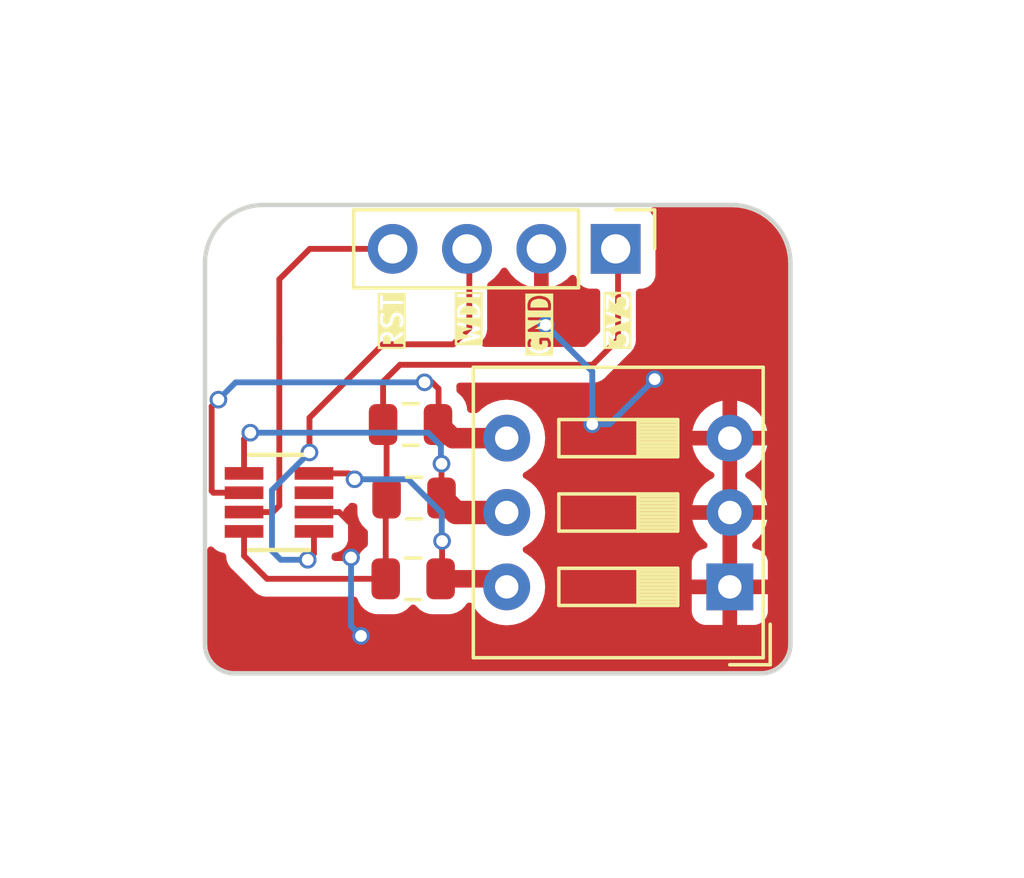
<source format=kicad_pcb>
(kicad_pcb (version 20240108) (generator "pcbnew") (generator_version "8.0")
  (layers (0 "F.Cu" signal) (31 "B.Cu" signal) (34 "B.Paste" user) (35 "F.Paste" user) (36 "B.SilkS" user "B.Silkscreen") (37 "F.SilkS" user "F.Silkscreen") (38 "B.Mask" user) (39 "F.Mask" user) (44 "Edge.Cuts" user))
  (net 0 "")
  (net 1 "GND")
  (net 2 "+3V3")
  (net 3 "RST")
  (net 4 "Net-(U6-SET0)")
  (net 5 "Net-(U6-SET2)")
  (net 6 "Net-(U6-SET1)")
  (net 8 "D8")
  (footprint "Resistor_SMD:R_0805_2012Metric" (layer "F.Cu") (at 115.9375 94.84)
    (property "Reference" "R11" (hide yes))
    (property "Value" "10K")
    (fp_line (start -0.258578 -0.71) (end 0.258578 -0.71) (stroke (width 0.12)) (layer "F.SilkS"))
    (fp_line (start -0.258578 0.71) (end 0.258578 0.71) (stroke (width 0.12)) (layer "F.SilkS"))
    (pad "1" smd roundrect (at -0.9375 0) (size 0.975 1.4) (layers "F.Cu" "F.Paste" "F.Mask") (net 2 "+3V3"))
    (pad "2" smd roundrect (at 0.9375 0) (size 0.975 1.4) (layers "F.Cu" "F.Paste" "F.Mask") (net 4 "Net-(U6-SET0)"))
  )
  (footprint "Resistor_SMD:R_0805_2012Metric" (layer "F.Cu") (at 115.8475 89.57 180)
    (property "Reference" "R12" (hide yes))
    (property "Value" "10K")
    (fp_line (start -0.258578 0.71) (end 0.258578 0.71) (stroke (width 0.12)) (layer "F.SilkS"))
    (fp_line (start -0.258578 -0.71) (end 0.258578 -0.71) (stroke (width 0.12)) (layer "F.SilkS"))
    (pad "1" smd roundrect (at -0.9375 0 180) (size 0.975 1.4) (layers "F.Cu" "F.Paste" "F.Mask") (net 5 "Net-(U6-SET2)"))
    (pad "2" smd roundrect (at 0.9375 0 180) (size 0.975 1.4) (layers "F.Cu" "F.Paste" "F.Mask") (net 2 "+3V3"))
  )
  (footprint "Resistor_SMD:R_0805_2012Metric" (layer "F.Cu") (at 115.9675 92.08 180)
    (property "Reference" "R13" (hide yes))
    (property "Value" "10K")
    (fp_line (start -0.258578 0.71) (end 0.258578 0.71) (stroke (width 0.12)) (layer "F.SilkS"))
    (fp_line (start -0.258578 -0.71) (end 0.258578 -0.71) (stroke (width 0.12)) (layer "F.SilkS"))
    (pad "1" smd roundrect (at -0.9375 0 180) (size 0.975 1.4) (layers "F.Cu" "F.Paste" "F.Mask") (net 6 "Net-(U6-SET1)"))
    (pad "2" smd roundrect (at 0.9375 0 180) (size 0.975 1.4) (layers "F.Cu" "F.Paste" "F.Mask") (net 2 "+3V3"))
  )
  (footprint "MAX6369KAT:21-0078H" (layer "F.Cu") (at 111.355 92.23 180)
    (property "Reference" "U6" (hide yes))
    (property "Value" "MAX6369KAT" (hide yes))
    (fp_line (start 1.016 -1.6256) (end -1.016 -1.6256) (stroke (width 0.1524)) (layer "F.SilkS"))
    (fp_line (start -1.016 1.6256) (end 1.016 1.6256) (stroke (width 0.1524)) (layer "F.SilkS"))
    (pad "1" smd rect (at -1.1938 -0.9906 180) (size 1.3208 0.4318) (layers "F.Cu" "F.Paste" "F.Mask") (net 8 "D8"))
    (pad "2" smd rect (at -1.1938 -0.3302 180) (size 1.3208 0.4318) (layers "F.Cu" "F.Paste" "F.Mask") (net 1 "GND"))
    (pad "3" smd rect (at -1.1938 0.3302 180) (size 1.3208 0.4318) (layers "F.Cu" "F.Paste" "F.Mask"))
    (pad "4" smd rect (at -1.1938 0.9906 180) (size 1.3208 0.4318) (layers "F.Cu" "F.Paste" "F.Mask") (net 4 "Net-(U6-SET0)"))
    (pad "5" smd rect (at 1.1938 0.9906 180) (size 1.3208 0.4318) (layers "F.Cu" "F.Paste" "F.Mask") (net 6 "Net-(U6-SET1)"))
    (pad "6" smd rect (at 1.1938 0.3302 180) (size 1.3208 0.4318) (layers "F.Cu" "F.Paste" "F.Mask") (net 5 "Net-(U6-SET2)"))
    (pad "7" smd rect (at 1.1938 -0.3302 180) (size 1.3208 0.4318) (layers "F.Cu" "F.Paste" "F.Mask") (net 3 "RST"))
    (pad "8" smd rect (at 1.1938 -0.9906 180) (size 1.3208 0.4318) (layers "F.Cu" "F.Paste" "F.Mask") (net 2 "+3V3"))
  )
  (footprint "Button_Switch_THT:SW_DIP_SPSTx03_Slide_9.78x9.8mm_W7.62mm_P2.54mm" (layer "F.Cu") (at 126.7525 95.115 180)
    (property "Reference" "SW3" (hide yes))
    (property "Value" "SW_DIP_x03")
    (fp_line (start 8.76 -2.42) (end 8.76 7.5) (stroke (width 0.12)) (layer "F.SilkS"))
    (fp_line (start 5.84 5.715) (end 5.84 4.445) (stroke (width 0.12)) (layer "F.SilkS"))
    (fp_line (start 5.84 4.445) (end 1.78 4.445) (stroke (width 0.12)) (layer "F.SilkS"))
    (fp_line (start 5.84 3.175) (end 5.84 1.905) (stroke (width 0.12)) (layer "F.SilkS"))
    (fp_line (start 5.84 1.905) (end 1.78 1.905) (stroke (width 0.12)) (layer "F.SilkS"))
    (fp_line (start 5.84 0.635) (end 5.84 -0.635) (stroke (width 0.12)) (layer "F.SilkS"))
    (fp_line (start 5.84 -0.635) (end 1.78 -0.635) (stroke (width 0.12)) (layer "F.SilkS"))
    (fp_line (start 3.133333 4.445) (end 3.133333 5.715) (stroke (width 0.12)) (layer "F.SilkS"))
    (fp_line (start 3.133333 1.905) (end 3.133333 3.175) (stroke (width 0.12)) (layer "F.SilkS"))
    (fp_line (start 3.133333 -0.635) (end 3.133333 0.635) (stroke (width 0.12)) (layer "F.SilkS"))
    (fp_line (start 1.78 5.715) (end 5.84 5.715) (stroke (width 0.12)) (layer "F.SilkS"))
    (fp_line (start 1.78 5.645) (end 3.133333 5.645) (stroke (width 0.12)) (layer "F.SilkS"))
    (fp_line (start 1.78 5.525) (end 3.133333 5.525) (stroke (width 0.12)) (layer "F.SilkS"))
    (fp_line (start 1.78 5.405) (end 3.133333 5.405) (stroke (width 0.12)) (layer "F.SilkS"))
    (fp_line (start 1.78 5.285) (end 3.133333 5.285) (stroke (width 0.12)) (layer "F.SilkS"))
    (fp_line (start 1.78 5.165) (end 3.133333 5.165) (stroke (width 0.12)) (layer "F.SilkS"))
    (fp_line (start 1.78 5.045) (end 3.133333 5.045) (stroke (width 0.12)) (layer "F.SilkS"))
    (fp_line (start 1.78 4.925) (end 3.133333 4.925) (stroke (width 0.12)) (layer "F.SilkS"))
    (fp_line (start 1.78 4.805) (end 3.133333 4.805) (stroke (width 0.12)) (layer "F.SilkS"))
    (fp_line (start 1.78 4.685) (end 3.133333 4.685) (stroke (width 0.12)) (layer "F.SilkS"))
    (fp_line (start 1.78 4.565) (end 3.133333 4.565) (stroke (width 0.12)) (layer "F.SilkS"))
    (fp_line (start 1.78 4.445) (end 1.78 5.715) (stroke (width 0.12)) (layer "F.SilkS"))
    (fp_line (start 1.78 3.175) (end 5.84 3.175) (stroke (width 0.12)) (layer "F.SilkS"))
    (fp_line (start 1.78 3.105) (end 3.133333 3.105) (stroke (width 0.12)) (layer "F.SilkS"))
    (fp_line (start 1.78 2.985) (end 3.133333 2.985) (stroke (width 0.12)) (layer "F.SilkS"))
    (fp_line (start 1.78 2.865) (end 3.133333 2.865) (stroke (width 0.12)) (layer "F.SilkS"))
    (fp_line (start 1.78 2.745) (end 3.133333 2.745) (stroke (width 0.12)) (layer "F.SilkS"))
    (fp_line (start 1.78 2.625) (end 3.133333 2.625) (stroke (width 0.12)) (layer "F.SilkS"))
    (fp_line (start 1.78 2.505) (end 3.133333 2.505) (stroke (width 0.12)) (layer "F.SilkS"))
    (fp_line (start 1.78 2.385) (end 3.133333 2.385) (stroke (width 0.12)) (layer "F.SilkS"))
    (fp_line (start 1.78 2.265) (end 3.133333 2.265) (stroke (width 0.12)) (layer "F.SilkS"))
    (fp_line (start 1.78 2.145) (end 3.133333 2.145) (stroke (width 0.12)) (layer "F.SilkS"))
    (fp_line (start 1.78 2.025) (end 3.133333 2.025) (stroke (width 0.12)) (layer "F.SilkS"))
    (fp_line (start 1.78 1.905) (end 1.78 3.175) (stroke (width 0.12)) (layer "F.SilkS"))
    (fp_line (start 1.78 0.635) (end 5.84 0.635) (stroke (width 0.12)) (layer "F.SilkS"))
    (fp_line (start 1.78 0.565) (end 3.133333 0.565) (stroke (width 0.12)) (layer "F.SilkS"))
    (fp_line (start 1.78 0.445) (end 3.133333 0.445) (stroke (width 0.12)) (layer "F.SilkS"))
    (fp_line (start 1.78 0.325) (end 3.133333 0.325) (stroke (width 0.12)) (layer "F.SilkS"))
    (fp_line (start 1.78 0.205) (end 3.133333 0.205) (stroke (width 0.12)) (layer "F.SilkS"))
    (fp_line (start 1.78 0.085) (end 3.133333 0.085) (stroke (width 0.12)) (layer "F.SilkS"))
    (fp_line (start 1.78 -0.035) (end 3.133333 -0.035) (stroke (width 0.12)) (layer "F.SilkS"))
    (fp_line (start 1.78 -0.155) (end 3.133333 -0.155) (stroke (width 0.12)) (layer "F.SilkS"))
    (fp_line (start 1.78 -0.275) (end 3.133333 -0.275) (stroke (width 0.12)) (layer "F.SilkS"))
    (fp_line (start 1.78 -0.395) (end 3.133333 -0.395) (stroke (width 0.12)) (layer "F.SilkS"))
    (fp_line (start 1.78 -0.515) (end 3.133333 -0.515) (stroke (width 0.12)) (layer "F.SilkS"))
    (fp_line (start 1.78 -0.635) (end 1.78 0.635) (stroke (width 0.12)) (layer "F.SilkS"))
    (fp_line (start -1.14 7.5) (end 8.76 7.5) (stroke (width 0.12)) (layer "F.SilkS"))
    (fp_line (start -1.14 -2.42) (end 8.76 -2.42) (stroke (width 0.12)) (layer "F.SilkS"))
    (fp_line (start -1.14 -2.42) (end -1.14 7.5) (stroke (width 0.12)) (layer "F.SilkS"))
    (fp_line (start -1.38 -2.66) (end 0.004 -2.66) (stroke (width 0.12)) (layer "F.SilkS"))
    (fp_line (start -1.38 -2.66) (end -1.38 -1.277) (stroke (width 0.12)) (layer "F.SilkS"))
    (pad "1" thru_hole rect (at 0 0 180) (size 1.6 1.6) (drill 0.8) (layers "*.Cu" "*.Mask") (net 1 "GND"))
    (pad "2" thru_hole oval (at 0 2.54 180) (size 1.6 1.6) (drill 0.8) (layers "*.Cu" "*.Mask") (net 1 "GND"))
    (pad "3" thru_hole oval (at 0 5.08 180) (size 1.6 1.6) (drill 0.8) (layers "*.Cu" "*.Mask") (net 1 "GND"))
    (pad "4" thru_hole oval (at 7.62 5.08 180) (size 1.6 1.6) (drill 0.8) (layers "*.Cu" "*.Mask") (net 5 "Net-(U6-SET2)"))
    (pad "5" thru_hole oval (at 7.62 2.54 180) (size 1.6 1.6) (drill 0.8) (layers "*.Cu" "*.Mask") (net 6 "Net-(U6-SET1)"))
    (pad "6" thru_hole oval (at 7.62 0 180) (size 1.6 1.6) (drill 0.8) (layers "*.Cu" "*.Mask") (net 4 "Net-(U6-SET0)"))
  )
  (footprint "Connector_PinHeader_2.54mm:PinHeader_1x04_P2.54mm_Vertical" (layer "F.Cu") (at 122.855 83.57 -90)
    (property "Reference" "J1" (hide yes))
    (property "Value" "Conn_01x04_Pin")
    (fp_line (start -1.33 8.95) (end 1.33 8.95) (stroke (width 0.12)) (layer "F.SilkS"))
    (fp_line (start -1.33 1.27) (end -1.33 8.95) (stroke (width 0.12)) (layer "F.SilkS"))
    (fp_line (start -1.33 1.27) (end 1.33 1.27) (stroke (width 0.12)) (layer "F.SilkS"))
    (fp_line (start 1.33 1.27) (end 1.33 8.95) (stroke (width 0.12)) (layer "F.SilkS"))
    (fp_line (start -1.33 0) (end -1.33 -1.33) (stroke (width 0.12)) (layer "F.SilkS"))
    (fp_line (start -1.33 -1.33) (end 0 -1.33) (stroke (width 0.12)) (layer "F.SilkS"))
    (pad "1" thru_hole rect (at 0 0 270) (size 1.7 1.7) (drill 1) (layers "*.Cu" "*.Mask") (net 2 "+3V3"))
    (pad "2" thru_hole oval (at 0 2.54 270) (size 1.7 1.7) (drill 1) (layers "*.Cu" "*.Mask") (net 1 "GND"))
    (pad "3" thru_hole oval (at 0 5.08 270) (size 1.7 1.7) (drill 1) (layers "*.Cu" "*.Mask") (net 8 "D8"))
    (pad "4" thru_hole oval (at 0 7.62 270) (size 1.7 1.7) (drill 1) (layers "*.Cu" "*.Mask") (net 3 "RST"))
  )
  (gr_arc (start 109.825 98.07) (mid 109.117893 97.777107) (end 108.825 97.07) (stroke (width 0.15)) (layer "Edge.Cuts"))
  (gr_line (start 108.825 84.07) (end 108.825 97.07) (stroke (width 0.15)) (layer "Edge.Cuts"))
  (gr_arc (start 126.825 82.07) (mid 128.239214 82.655786) (end 128.825 84.07) (stroke (width 0.15)) (layer "Edge.Cuts"))
  (gr_arc (start 108.825 84.07) (mid 109.410786 82.655786) (end 110.825 82.07) (stroke (width 0.15)) (layer "Edge.Cuts"))
  (gr_line (start 109.825 98.07) (end 127.825 98.07) (stroke (width 0.15)) (layer "Edge.Cuts"))
  (gr_line (start 126.825 82.07) (end 110.825 82.07) (stroke (width 0.15)) (layer "Edge.Cuts"))
  (gr_line (start 128.825 97.07) (end 128.825 84.07) (stroke (width 0.15)) (layer "Edge.Cuts"))
  (gr_arc (start 128.825 97.07) (mid 128.532107 97.777107) (end 127.825 98.07) (stroke (width 0.15)) (layer "Edge.Cuts"))
  (gr_text "GND" (at 120.685 87.29 90) (layer "F.SilkS" knockout) (effects (font (size 0.7 0.7) (thickness 0.1)) (justify left bottom)))
  (gr_text "3V3" (at 123.355 87.03 90) (layer "F.SilkS" knockout) (effects (font (size 0.7 0.7) (thickness 0.1)) (justify left bottom)))
  (gr_text "WDI" (at 118.275 86.9 90) (layer "F.SilkS" knockout) (effects (font (size 0.7 0.7) (thickness 0.1)) (justify left bottom)))
  (gr_text "RST" (at 115.645 87.1 90) (layer "F.SilkS" knockout) (effects (font (size 0.7 0.7) (thickness 0.1)) (justify left bottom)))
  (segment (start 113.815 92.966) (end 113.815 94.11) (width 0.2) (layer "F.Cu") (net 1))
  (segment (start 112.5488 92.5602) (end 113.4092 92.5602) (width 0.2) (layer "F.Cu") (net 1))
  (segment (start 113.4092 92.5602) (end 113.815 92.966) (width 0.2) (layer "F.Cu") (net 1))
  (via (at 113.815 94.11) (size 0.6) (drill 0.4) (layers "F.Cu" "B.Cu") (net 1))
  (via (at 120.465 86.17) (size 0.6) (drill 0.4) (layers "F.Cu" "B.Cu") (net 1))
  (via (at 122.055 89.56) (size 0.6) (drill 0.4) (layers "F.Cu" "B.Cu") (net 1))
  (via (at 114.155 96.79) (size 0.6) (drill 0.4) (layers "F.Cu" "B.Cu") (net 1))
  (via (at 124.185 88.02) (size 0.6) (drill 0.4) (layers "F.Cu" "B.Cu") (net 1))
  (segment (start 122.055 89.56) (end 122.645 89.56) (width 0.2) (layer "B.Cu") (net 1))
  (segment (start 113.815 94.11) (end 113.815 96.45) (width 0.2) (layer "B.Cu") (net 1))
  (segment (start 122.055 87.76) (end 120.465 86.17) (width 0.2) (layer "B.Cu") (net 1))
  (segment (start 122.055 89.56) (end 122.055 87.76) (width 0.2) (layer "B.Cu") (net 1))
  (segment (start 122.645 89.56) (end 124.185 88.02) (width 0.2) (layer "B.Cu") (net 1))
  (segment (start 113.815 96.45) (end 114.155 96.79) (width 0.2) (layer "B.Cu") (net 1))
  (segment (start 110.945 94.84) (end 110.1612 94.0562) (width 0.2) (layer "F.Cu") (net 2))
  (segment (start 114.91 89.57) (end 114.91 88.105) (width 0.2) (layer "F.Cu") (net 2))
  (segment (start 115.03 92.08) (end 115.03 89.69) (width 0.2) (layer "F.Cu") (net 2))
  (segment (start 122.935 83.65) (end 122.855 83.57) (width 0.2) (layer "F.Cu") (net 2))
  (segment (start 115 94.84) (end 110.945 94.84) (width 0.2) (layer "F.Cu") (net 2))
  (segment (start 110.1612 94.0562) (end 110.1612 93.2206) (width 0.2) (layer "F.Cu") (net 2))
  (segment (start 122.065 87.53) (end 122.935 86.66) (width 0.2) (layer "F.Cu") (net 2))
  (segment (start 114.91 88.105) (end 115.485 87.53) (width 0.2) (layer "F.Cu") (net 2))
  (segment (start 115 92.11) (end 115.03 92.08) (width 0.2) (layer "F.Cu") (net 2))
  (segment (start 115 94.84) (end 115 92.11) (width 0.2) (layer "F.Cu") (net 2))
  (segment (start 115.03 89.69) (end 114.91 89.57) (width 0.2) (layer "F.Cu") (net 2))
  (segment (start 122.935 86.66) (end 122.935 83.65) (width 0.2) (layer "F.Cu") (net 2))
  (segment (start 115.485 87.53) (end 122.065 87.53) (width 0.2) (layer "F.Cu") (net 2))
  (segment (start 112.405 83.57) (end 111.365 84.61) (width 0.2) (layer "F.Cu") (net 3))
  (segment (start 111.1448 92.5602) (end 110.1612 92.5602) (width 0.2) (layer "F.Cu") (net 3))
  (segment (start 115.235 83.57) (end 112.405 83.57) (width 0.2) (layer "F.Cu") (net 3))
  (segment (start 111.365 92.34) (end 111.1448 92.5602) (width 0.2) (layer "F.Cu") (net 3))
  (segment (start 111.365 86.63) (end 111.365 92.34) (width 0.2) (layer "F.Cu") (net 3))
  (segment (start 111.365 84.61) (end 111.365 86.63) (width 0.2) (layer "F.Cu") (net 3))
  (segment (start 112.5488 91.2394) (end 113.7344 91.2394) (width 0.2) (layer "F.Cu") (net 4))
  (segment (start 116.875 94.84) (end 118.965 94.84) (width 0.6) (layer "F.Cu") (net 4))
  (segment (start 113.7344 91.2394) (end 113.935 91.44) (width 0.2) (layer "F.Cu") (net 4))
  (segment (start 116.925 94.79) (end 116.875 94.84) (width 0.2) (layer "F.Cu") (net 4))
  (segment (start 116.925 93.55) (end 116.925 94.79) (width 0.2) (layer "F.Cu") (net 4))
  (segment (start 116.875 94.84) (end 118.8575 94.84) (width 0.2) (layer "F.Cu") (net 4))
  (segment (start 118.965 94.84) (end 119.175 94.63) (width 0.2) (layer "F.Cu") (net 4))
  (segment (start 118.8575 94.84) (end 119.1325 95.115) (width 0.2) (layer "F.Cu") (net 4))
  (via (at 116.925 93.55) (size 0.6) (drill 0.4) (layers "F.Cu" "B.Cu") (net 4))
  (via (at 113.935 91.44) (size 0.6) (drill 0.4) (layers "F.Cu" "B.Cu") (net 4))
  (segment (start 116.915 93.54) (end 116.925 93.55) (width 0.2) (layer "B.Cu") (net 4))
  (segment (start 116.915 92.59) (end 116.915 93.54) (width 0.2) (layer "B.Cu") (net 4))
  (segment (start 115.765 91.44) (end 116.915 92.59) (width 0.2) (layer "B.Cu") (net 4))
  (segment (start 113.935 91.44) (end 115.765 91.44) (width 0.2) (layer "B.Cu") (net 4))
  (segment (start 116.805 89.55) (end 116.805 88.35) (width 0.2) (layer "F.Cu") (net 5))
  (segment (start 117.29 90.035) (end 119.1325 90.035) (width 0.7) (layer "F.Cu") (net 5))
  (segment (start 116.805 89.55) (end 116.785 89.57) (width 0.2) (layer "F.Cu") (net 5))
  (segment (start 109.055 91.84) (end 109.1148 91.8998) (width 0.2) (layer "F.Cu") (net 5))
  (segment (start 109.285 88.72) (end 109.055 88.95) (width 0.2) (layer "F.Cu") (net 5))
  (segment (start 116.805 88.35) (end 116.775 88.32) (width 0.2) (layer "F.Cu") (net 5))
  (segment (start 116.805 89.55) (end 117.29 90.035) (width 0.7) (layer "F.Cu") (net 5))
  (segment (start 109.055 88.95) (end 109.055 91.84) (width 0.2) (layer "F.Cu") (net 5))
  (segment (start 116.775 88.32) (end 116.5845 88.1295) (width 0.2) (layer "F.Cu") (net 5))
  (segment (start 109.1148 91.8998) (end 110.1612 91.8998) (width 0.2) (layer "F.Cu") (net 5))
  (segment (start 116.5845 88.1295) (end 116.325 88.1295) (width 0.2) (layer "F.Cu") (net 5))
  (via (at 116.325 88.1295) (size 0.6) (drill 0.4) (layers "F.Cu" "B.Cu") (net 5))
  (via (at 109.285 88.72) (size 0.6) (drill 0.4) (layers "F.Cu" "B.Cu") (net 5))
  (segment (start 116.325 88.1295) (end 109.8755 88.1295) (width 0.2) (layer "B.Cu") (net 5))
  (segment (start 109.8755 88.1295) (end 109.285 88.72) (width 0.2) (layer "B.Cu") (net 5))
  (segment (start 116.905 90.91) (end 116.905 92.08) (width 0.2) (layer "F.Cu") (net 6))
  (segment (start 110.1612 91.2394) (end 110.1612 90.0638) (width 0.2) (layer "F.Cu") (net 6))
  (segment (start 119.165 92.08) (end 119.175 92.09) (width 0.2) (layer "F.Cu") (net 6))
  (segment (start 110.1612 90.0638) (end 110.375 89.85) (width 0.2) (layer "F.Cu") (net 6))
  (segment (start 117.4 92.575) (end 119.1325 92.575) (width 0.8) (layer "F.Cu") (net 6))
  (segment (start 116.905 92.08) (end 117.4 92.575) (width 0.8) (layer "F.Cu") (net 6))
  (via (at 110.375 89.85) (size 0.6) (drill 0.4) (layers "F.Cu" "B.Cu") (net 6))
  (via (at 116.905 90.91) (size 0.6) (drill 0.4) (layers "F.Cu" "B.Cu") (net 6))
  (segment (start 116.445 89.85) (end 116.885 90.29) (width 0.2) (layer "B.Cu") (net 6))
  (segment (start 116.885 90.89) (end 116.905 90.91) (width 0.2) (layer "B.Cu") (net 6))
  (segment (start 116.885 90.29) (end 116.885 90.89) (width 0.2) (layer "B.Cu") (net 6))
  (segment (start 110.375 89.85) (end 116.445 89.85) (width 0.2) (layer "B.Cu") (net 6))
  (segment (start 112.5488 93.2206) (end 112.5488 93.9762) (width 0.2) (layer "F.Cu") (net 8))
  (segment (start 112.395 89.34) (end 114.905 86.83) (width 0.2) (layer "F.Cu") (net 8))
  (segment (start 117.305 86.83) (end 117.855 86.28) (width 0.2) (layer "F.Cu") (net 8))
  (segment (start 112.395 90.523998) (end 112.395 89.34) (width 0.2) (layer "F.Cu") (net 8))
  (segment (start 117.855 86.28) (end 117.855 83.65) (width 0.2) (layer "F.Cu") (net 8))
  (segment (start 117.855 83.65) (end 117.775 83.57) (width 0.2) (layer "F.Cu") (net 8))
  (segment (start 114.905 86.83) (end 117.305 86.83) (width 0.2) (layer "F.Cu") (net 8))
  (segment (start 112.5488 93.9762) (end 112.335 94.19) (width 0.2) (layer "F.Cu") (net 8))
  (via (at 112.335 94.19) (size 0.6) (drill 0.4) (layers "F.Cu" "B.Cu") (net 8))
  (via (at 112.395 90.523998) (size 0.6) (drill 0.4) (layers "F.Cu" "B.Cu") (net 8))
  (segment (start 111.115 91.81) (end 112.395 90.53) (width 0.2) (layer "B.Cu") (net 8))
  (segment (start 112.335 94.19) (end 111.415 94.19) (width 0.2) (layer "B.Cu") (net 8))
  (segment (start 112.395 90.53) (end 112.395 90.523998) (width 0.2) (layer "B.Cu") (net 8))
  (segment (start 111.415 94.19) (end 111.115 93.89) (width 0.2) (layer "B.Cu") (net 8))
  (segment (start 111.115 93.89) (end 111.115 91.81) (width 0.2) (layer "B.Cu") (net 8))
  (zone (net 1) (net_name "GND") (layer "F.Cu") (priority 1) (connect_pads (clearance 0.508)) (min_thickness 0.25) (fill yes (thermal_gap 0.5) (thermal_bridge_width 0.5))
    (polygon (pts (xy 136.825 105.07) (xy 101.825 105.07) (xy 101.825 75.07) (xy 136.825 75.07)))
  )
)
</source>
